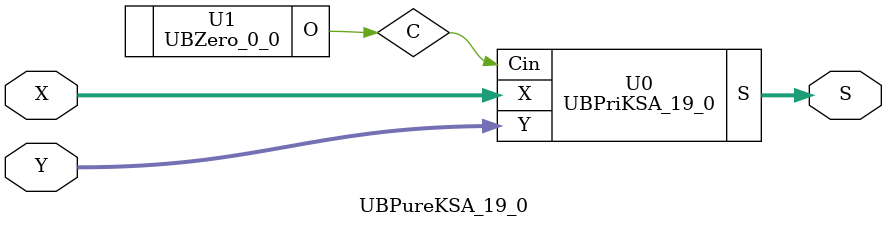
<source format=v>
/*----------------------------------------------------------------------------
  Copyright (c) 2021 Homma laboratory. All rights reserved.

  Top module: UBKSA_19_0_19_0

  Operand-1 length: 20
  Operand-2 length: 20
  Two-operand addition algorithm: Kogge-Stone adder
----------------------------------------------------------------------------*/

module GPGenerator(Go, Po, A, B);
  output Go;
  output Po;
  input A;
  input B;
  assign Go = A & B;
  assign Po = A ^ B;
endmodule

module CarryOperator(Go, Po, Gi1, Pi1, Gi2, Pi2);
  output Go;
  output Po;
  input Gi1;
  input Gi2;
  input Pi1;
  input Pi2;
  assign Go = Gi1 | ( Gi2 & Pi1 );
  assign Po = Pi1 & Pi2;
endmodule

module UBPriKSA_19_0(S, X, Y, Cin);
  output [20:0] S;
  input Cin;
  input [19:0] X;
  input [19:0] Y;
  wire [19:0] G0;
  wire [19:0] G1;
  wire [19:0] G2;
  wire [19:0] G3;
  wire [19:0] G4;
  wire [19:0] G5;
  wire [19:0] P0;
  wire [19:0] P1;
  wire [19:0] P2;
  wire [19:0] P3;
  wire [19:0] P4;
  wire [19:0] P5;
  assign P1[0] = P0[0];
  assign G1[0] = G0[0];
  assign P2[0] = P1[0];
  assign G2[0] = G1[0];
  assign P2[1] = P1[1];
  assign G2[1] = G1[1];
  assign P3[0] = P2[0];
  assign G3[0] = G2[0];
  assign P3[1] = P2[1];
  assign G3[1] = G2[1];
  assign P3[2] = P2[2];
  assign G3[2] = G2[2];
  assign P3[3] = P2[3];
  assign G3[3] = G2[3];
  assign P4[0] = P3[0];
  assign G4[0] = G3[0];
  assign P4[1] = P3[1];
  assign G4[1] = G3[1];
  assign P4[2] = P3[2];
  assign G4[2] = G3[2];
  assign P4[3] = P3[3];
  assign G4[3] = G3[3];
  assign P4[4] = P3[4];
  assign G4[4] = G3[4];
  assign P4[5] = P3[5];
  assign G4[5] = G3[5];
  assign P4[6] = P3[6];
  assign G4[6] = G3[6];
  assign P4[7] = P3[7];
  assign G4[7] = G3[7];
  assign P5[0] = P4[0];
  assign G5[0] = G4[0];
  assign P5[1] = P4[1];
  assign G5[1] = G4[1];
  assign P5[2] = P4[2];
  assign G5[2] = G4[2];
  assign P5[3] = P4[3];
  assign G5[3] = G4[3];
  assign P5[4] = P4[4];
  assign G5[4] = G4[4];
  assign P5[5] = P4[5];
  assign G5[5] = G4[5];
  assign P5[6] = P4[6];
  assign G5[6] = G4[6];
  assign P5[7] = P4[7];
  assign G5[7] = G4[7];
  assign P5[8] = P4[8];
  assign G5[8] = G4[8];
  assign P5[9] = P4[9];
  assign G5[9] = G4[9];
  assign P5[10] = P4[10];
  assign G5[10] = G4[10];
  assign P5[11] = P4[11];
  assign G5[11] = G4[11];
  assign P5[12] = P4[12];
  assign G5[12] = G4[12];
  assign P5[13] = P4[13];
  assign G5[13] = G4[13];
  assign P5[14] = P4[14];
  assign G5[14] = G4[14];
  assign P5[15] = P4[15];
  assign G5[15] = G4[15];
  assign S[0] = Cin ^ P0[0];
  assign S[1] = ( G5[0] | ( P5[0] & Cin ) ) ^ P0[1];
  assign S[2] = ( G5[1] | ( P5[1] & Cin ) ) ^ P0[2];
  assign S[3] = ( G5[2] | ( P5[2] & Cin ) ) ^ P0[3];
  assign S[4] = ( G5[3] | ( P5[3] & Cin ) ) ^ P0[4];
  assign S[5] = ( G5[4] | ( P5[4] & Cin ) ) ^ P0[5];
  assign S[6] = ( G5[5] | ( P5[5] & Cin ) ) ^ P0[6];
  assign S[7] = ( G5[6] | ( P5[6] & Cin ) ) ^ P0[7];
  assign S[8] = ( G5[7] | ( P5[7] & Cin ) ) ^ P0[8];
  assign S[9] = ( G5[8] | ( P5[8] & Cin ) ) ^ P0[9];
  assign S[10] = ( G5[9] | ( P5[9] & Cin ) ) ^ P0[10];
  assign S[11] = ( G5[10] | ( P5[10] & Cin ) ) ^ P0[11];
  assign S[12] = ( G5[11] | ( P5[11] & Cin ) ) ^ P0[12];
  assign S[13] = ( G5[12] | ( P5[12] & Cin ) ) ^ P0[13];
  assign S[14] = ( G5[13] | ( P5[13] & Cin ) ) ^ P0[14];
  assign S[15] = ( G5[14] | ( P5[14] & Cin ) ) ^ P0[15];
  assign S[16] = ( G5[15] | ( P5[15] & Cin ) ) ^ P0[16];
  assign S[17] = ( G5[16] | ( P5[16] & Cin ) ) ^ P0[17];
  assign S[18] = ( G5[17] | ( P5[17] & Cin ) ) ^ P0[18];
  assign S[19] = ( G5[18] | ( P5[18] & Cin ) ) ^ P0[19];
  assign S[20] = G5[19] | ( P5[19] & Cin );
  GPGenerator U0 (G0[0], P0[0], X[0], Y[0]);
  GPGenerator U1 (G0[1], P0[1], X[1], Y[1]);
  GPGenerator U2 (G0[2], P0[2], X[2], Y[2]);
  GPGenerator U3 (G0[3], P0[3], X[3], Y[3]);
  GPGenerator U4 (G0[4], P0[4], X[4], Y[4]);
  GPGenerator U5 (G0[5], P0[5], X[5], Y[5]);
  GPGenerator U6 (G0[6], P0[6], X[6], Y[6]);
  GPGenerator U7 (G0[7], P0[7], X[7], Y[7]);
  GPGenerator U8 (G0[8], P0[8], X[8], Y[8]);
  GPGenerator U9 (G0[9], P0[9], X[9], Y[9]);
  GPGenerator U10 (G0[10], P0[10], X[10], Y[10]);
  GPGenerator U11 (G0[11], P0[11], X[11], Y[11]);
  GPGenerator U12 (G0[12], P0[12], X[12], Y[12]);
  GPGenerator U13 (G0[13], P0[13], X[13], Y[13]);
  GPGenerator U14 (G0[14], P0[14], X[14], Y[14]);
  GPGenerator U15 (G0[15], P0[15], X[15], Y[15]);
  GPGenerator U16 (G0[16], P0[16], X[16], Y[16]);
  GPGenerator U17 (G0[17], P0[17], X[17], Y[17]);
  GPGenerator U18 (G0[18], P0[18], X[18], Y[18]);
  GPGenerator U19 (G0[19], P0[19], X[19], Y[19]);
  CarryOperator U20 (G1[1], P1[1], G0[1], P0[1], G0[0], P0[0]);
  CarryOperator U21 (G1[2], P1[2], G0[2], P0[2], G0[1], P0[1]);
  CarryOperator U22 (G1[3], P1[3], G0[3], P0[3], G0[2], P0[2]);
  CarryOperator U23 (G1[4], P1[4], G0[4], P0[4], G0[3], P0[3]);
  CarryOperator U24 (G1[5], P1[5], G0[5], P0[5], G0[4], P0[4]);
  CarryOperator U25 (G1[6], P1[6], G0[6], P0[6], G0[5], P0[5]);
  CarryOperator U26 (G1[7], P1[7], G0[7], P0[7], G0[6], P0[6]);
  CarryOperator U27 (G1[8], P1[8], G0[8], P0[8], G0[7], P0[7]);
  CarryOperator U28 (G1[9], P1[9], G0[9], P0[9], G0[8], P0[8]);
  CarryOperator U29 (G1[10], P1[10], G0[10], P0[10], G0[9], P0[9]);
  CarryOperator U30 (G1[11], P1[11], G0[11], P0[11], G0[10], P0[10]);
  CarryOperator U31 (G1[12], P1[12], G0[12], P0[12], G0[11], P0[11]);
  CarryOperator U32 (G1[13], P1[13], G0[13], P0[13], G0[12], P0[12]);
  CarryOperator U33 (G1[14], P1[14], G0[14], P0[14], G0[13], P0[13]);
  CarryOperator U34 (G1[15], P1[15], G0[15], P0[15], G0[14], P0[14]);
  CarryOperator U35 (G1[16], P1[16], G0[16], P0[16], G0[15], P0[15]);
  CarryOperator U36 (G1[17], P1[17], G0[17], P0[17], G0[16], P0[16]);
  CarryOperator U37 (G1[18], P1[18], G0[18], P0[18], G0[17], P0[17]);
  CarryOperator U38 (G1[19], P1[19], G0[19], P0[19], G0[18], P0[18]);
  CarryOperator U39 (G2[2], P2[2], G1[2], P1[2], G1[0], P1[0]);
  CarryOperator U40 (G2[3], P2[3], G1[3], P1[3], G1[1], P1[1]);
  CarryOperator U41 (G2[4], P2[4], G1[4], P1[4], G1[2], P1[2]);
  CarryOperator U42 (G2[5], P2[5], G1[5], P1[5], G1[3], P1[3]);
  CarryOperator U43 (G2[6], P2[6], G1[6], P1[6], G1[4], P1[4]);
  CarryOperator U44 (G2[7], P2[7], G1[7], P1[7], G1[5], P1[5]);
  CarryOperator U45 (G2[8], P2[8], G1[8], P1[8], G1[6], P1[6]);
  CarryOperator U46 (G2[9], P2[9], G1[9], P1[9], G1[7], P1[7]);
  CarryOperator U47 (G2[10], P2[10], G1[10], P1[10], G1[8], P1[8]);
  CarryOperator U48 (G2[11], P2[11], G1[11], P1[11], G1[9], P1[9]);
  CarryOperator U49 (G2[12], P2[12], G1[12], P1[12], G1[10], P1[10]);
  CarryOperator U50 (G2[13], P2[13], G1[13], P1[13], G1[11], P1[11]);
  CarryOperator U51 (G2[14], P2[14], G1[14], P1[14], G1[12], P1[12]);
  CarryOperator U52 (G2[15], P2[15], G1[15], P1[15], G1[13], P1[13]);
  CarryOperator U53 (G2[16], P2[16], G1[16], P1[16], G1[14], P1[14]);
  CarryOperator U54 (G2[17], P2[17], G1[17], P1[17], G1[15], P1[15]);
  CarryOperator U55 (G2[18], P2[18], G1[18], P1[18], G1[16], P1[16]);
  CarryOperator U56 (G2[19], P2[19], G1[19], P1[19], G1[17], P1[17]);
  CarryOperator U57 (G3[4], P3[4], G2[4], P2[4], G2[0], P2[0]);
  CarryOperator U58 (G3[5], P3[5], G2[5], P2[5], G2[1], P2[1]);
  CarryOperator U59 (G3[6], P3[6], G2[6], P2[6], G2[2], P2[2]);
  CarryOperator U60 (G3[7], P3[7], G2[7], P2[7], G2[3], P2[3]);
  CarryOperator U61 (G3[8], P3[8], G2[8], P2[8], G2[4], P2[4]);
  CarryOperator U62 (G3[9], P3[9], G2[9], P2[9], G2[5], P2[5]);
  CarryOperator U63 (G3[10], P3[10], G2[10], P2[10], G2[6], P2[6]);
  CarryOperator U64 (G3[11], P3[11], G2[11], P2[11], G2[7], P2[7]);
  CarryOperator U65 (G3[12], P3[12], G2[12], P2[12], G2[8], P2[8]);
  CarryOperator U66 (G3[13], P3[13], G2[13], P2[13], G2[9], P2[9]);
  CarryOperator U67 (G3[14], P3[14], G2[14], P2[14], G2[10], P2[10]);
  CarryOperator U68 (G3[15], P3[15], G2[15], P2[15], G2[11], P2[11]);
  CarryOperator U69 (G3[16], P3[16], G2[16], P2[16], G2[12], P2[12]);
  CarryOperator U70 (G3[17], P3[17], G2[17], P2[17], G2[13], P2[13]);
  CarryOperator U71 (G3[18], P3[18], G2[18], P2[18], G2[14], P2[14]);
  CarryOperator U72 (G3[19], P3[19], G2[19], P2[19], G2[15], P2[15]);
  CarryOperator U73 (G4[8], P4[8], G3[8], P3[8], G3[0], P3[0]);
  CarryOperator U74 (G4[9], P4[9], G3[9], P3[9], G3[1], P3[1]);
  CarryOperator U75 (G4[10], P4[10], G3[10], P3[10], G3[2], P3[2]);
  CarryOperator U76 (G4[11], P4[11], G3[11], P3[11], G3[3], P3[3]);
  CarryOperator U77 (G4[12], P4[12], G3[12], P3[12], G3[4], P3[4]);
  CarryOperator U78 (G4[13], P4[13], G3[13], P3[13], G3[5], P3[5]);
  CarryOperator U79 (G4[14], P4[14], G3[14], P3[14], G3[6], P3[6]);
  CarryOperator U80 (G4[15], P4[15], G3[15], P3[15], G3[7], P3[7]);
  CarryOperator U81 (G4[16], P4[16], G3[16], P3[16], G3[8], P3[8]);
  CarryOperator U82 (G4[17], P4[17], G3[17], P3[17], G3[9], P3[9]);
  CarryOperator U83 (G4[18], P4[18], G3[18], P3[18], G3[10], P3[10]);
  CarryOperator U84 (G4[19], P4[19], G3[19], P3[19], G3[11], P3[11]);
  CarryOperator U85 (G5[16], P5[16], G4[16], P4[16], G4[0], P4[0]);
  CarryOperator U86 (G5[17], P5[17], G4[17], P4[17], G4[1], P4[1]);
  CarryOperator U87 (G5[18], P5[18], G4[18], P4[18], G4[2], P4[2]);
  CarryOperator U88 (G5[19], P5[19], G4[19], P4[19], G4[3], P4[3]);
endmodule

module UBZero_0_0(O);
  output [0:0] O;
  assign O[0] = 0;
endmodule

module UBKSA_19_0_19_0 (S, X, Y);
  output [20:0] S;
  input [19:0] X;
  input [19:0] Y;
  UBPureKSA_19_0 U0 (S[20:0], X[19:0], Y[19:0]);
endmodule

module UBPureKSA_19_0 (S, X, Y);
  output [20:0] S;
  input [19:0] X;
  input [19:0] Y;
  wire C;
  UBPriKSA_19_0 U0 (S, X, Y, C);
  UBZero_0_0 U1 (C);
endmodule


</source>
